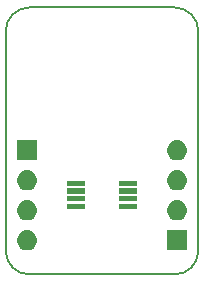
<source format=gbr>
G04 #@! TF.GenerationSoftware,KiCad,Pcbnew,5.1.4-e60b266~84~ubuntu19.04.1*
G04 #@! TF.CreationDate,2019-08-10T10:30:13+03:00*
G04 #@! TF.ProjectId,BRK-MSOP-8-3x3-P0.65,42524b2d-4d53-44f5-902d-382d3378332d,v1.1*
G04 #@! TF.SameCoordinates,Original*
G04 #@! TF.FileFunction,Soldermask,Top*
G04 #@! TF.FilePolarity,Negative*
%FSLAX46Y46*%
G04 Gerber Fmt 4.6, Leading zero omitted, Abs format (unit mm)*
G04 Created by KiCad (PCBNEW 5.1.4-e60b266~84~ubuntu19.04.1) date 2019-08-10 10:30:13*
%MOMM*%
%LPD*%
G04 APERTURE LIST*
%ADD10C,0.150000*%
%ADD11C,0.100000*%
G04 APERTURE END LIST*
D10*
X53000000Y-70600000D02*
G75*
G02X51000000Y-68600000I0J2000000D01*
G01*
X67300000Y-68600000D02*
G75*
G02X65300000Y-70600000I-2000000J0D01*
G01*
X65300000Y-48000000D02*
G75*
G02X67300000Y-50000000I0J-2000000D01*
G01*
X51000000Y-50000000D02*
G75*
G02X53000000Y-48000000I2000000J0D01*
G01*
X65300000Y-70600000D02*
X53000000Y-70600000D01*
X67300000Y-50000000D02*
X67300000Y-68600000D01*
X53000000Y-48000000D02*
X65300000Y-48000000D01*
X51000000Y-68600000D02*
X51000000Y-50000000D01*
D11*
G36*
X52966627Y-66882299D02*
G01*
X53126856Y-66930903D01*
X53274519Y-67009830D01*
X53403949Y-67116051D01*
X53510170Y-67245481D01*
X53589097Y-67393144D01*
X53637702Y-67553373D01*
X53654113Y-67720000D01*
X53637702Y-67886627D01*
X53589097Y-68046856D01*
X53510170Y-68194519D01*
X53403949Y-68323949D01*
X53274519Y-68430170D01*
X53126856Y-68509097D01*
X52966627Y-68557701D01*
X52841757Y-68570000D01*
X52758243Y-68570000D01*
X52633373Y-68557701D01*
X52473144Y-68509097D01*
X52325481Y-68430170D01*
X52196051Y-68323949D01*
X52089830Y-68194519D01*
X52010903Y-68046856D01*
X51962298Y-67886627D01*
X51945887Y-67720000D01*
X51962298Y-67553373D01*
X52010903Y-67393144D01*
X52089830Y-67245481D01*
X52196051Y-67116051D01*
X52325481Y-67009830D01*
X52473144Y-66930903D01*
X52633373Y-66882299D01*
X52758243Y-66870000D01*
X52841757Y-66870000D01*
X52966627Y-66882299D01*
X52966627Y-66882299D01*
G37*
G36*
X66350000Y-68570000D02*
G01*
X64650000Y-68570000D01*
X64650000Y-66870000D01*
X66350000Y-66870000D01*
X66350000Y-68570000D01*
X66350000Y-68570000D01*
G37*
G36*
X65666627Y-64342299D02*
G01*
X65826856Y-64390903D01*
X65974519Y-64469830D01*
X66103949Y-64576051D01*
X66210170Y-64705481D01*
X66289097Y-64853144D01*
X66337702Y-65013373D01*
X66354113Y-65180000D01*
X66337702Y-65346627D01*
X66289097Y-65506856D01*
X66210170Y-65654519D01*
X66103949Y-65783949D01*
X65974519Y-65890170D01*
X65826856Y-65969097D01*
X65666627Y-66017701D01*
X65541757Y-66030000D01*
X65458243Y-66030000D01*
X65333373Y-66017701D01*
X65173144Y-65969097D01*
X65025481Y-65890170D01*
X64896051Y-65783949D01*
X64789830Y-65654519D01*
X64710903Y-65506856D01*
X64662298Y-65346627D01*
X64645887Y-65180000D01*
X64662298Y-65013373D01*
X64710903Y-64853144D01*
X64789830Y-64705481D01*
X64896051Y-64576051D01*
X65025481Y-64469830D01*
X65173144Y-64390903D01*
X65333373Y-64342299D01*
X65458243Y-64330000D01*
X65541757Y-64330000D01*
X65666627Y-64342299D01*
X65666627Y-64342299D01*
G37*
G36*
X52966627Y-64342299D02*
G01*
X53126856Y-64390903D01*
X53274519Y-64469830D01*
X53403949Y-64576051D01*
X53510170Y-64705481D01*
X53589097Y-64853144D01*
X53637702Y-65013373D01*
X53654113Y-65180000D01*
X53637702Y-65346627D01*
X53589097Y-65506856D01*
X53510170Y-65654519D01*
X53403949Y-65783949D01*
X53274519Y-65890170D01*
X53126856Y-65969097D01*
X52966627Y-66017701D01*
X52841757Y-66030000D01*
X52758243Y-66030000D01*
X52633373Y-66017701D01*
X52473144Y-65969097D01*
X52325481Y-65890170D01*
X52196051Y-65783949D01*
X52089830Y-65654519D01*
X52010903Y-65506856D01*
X51962298Y-65346627D01*
X51945887Y-65180000D01*
X51962298Y-65013373D01*
X52010903Y-64853144D01*
X52089830Y-64705481D01*
X52196051Y-64576051D01*
X52325481Y-64469830D01*
X52473144Y-64390903D01*
X52633373Y-64342299D01*
X52758243Y-64330000D01*
X52841757Y-64330000D01*
X52966627Y-64342299D01*
X52966627Y-64342299D01*
G37*
G36*
X57675000Y-65070000D02*
G01*
X56225000Y-65070000D01*
X56225000Y-64620000D01*
X57675000Y-64620000D01*
X57675000Y-65070000D01*
X57675000Y-65070000D01*
G37*
G36*
X62075000Y-65070000D02*
G01*
X60625000Y-65070000D01*
X60625000Y-64620000D01*
X62075000Y-64620000D01*
X62075000Y-65070000D01*
X62075000Y-65070000D01*
G37*
G36*
X62075000Y-64420000D02*
G01*
X60625000Y-64420000D01*
X60625000Y-63970000D01*
X62075000Y-63970000D01*
X62075000Y-64420000D01*
X62075000Y-64420000D01*
G37*
G36*
X57675000Y-64420000D02*
G01*
X56225000Y-64420000D01*
X56225000Y-63970000D01*
X57675000Y-63970000D01*
X57675000Y-64420000D01*
X57675000Y-64420000D01*
G37*
G36*
X62075000Y-63770000D02*
G01*
X60625000Y-63770000D01*
X60625000Y-63320000D01*
X62075000Y-63320000D01*
X62075000Y-63770000D01*
X62075000Y-63770000D01*
G37*
G36*
X57675000Y-63770000D02*
G01*
X56225000Y-63770000D01*
X56225000Y-63320000D01*
X57675000Y-63320000D01*
X57675000Y-63770000D01*
X57675000Y-63770000D01*
G37*
G36*
X65666627Y-61802299D02*
G01*
X65826856Y-61850903D01*
X65974519Y-61929830D01*
X66103949Y-62036051D01*
X66210170Y-62165481D01*
X66289097Y-62313144D01*
X66337702Y-62473373D01*
X66354113Y-62640000D01*
X66337702Y-62806627D01*
X66289097Y-62966856D01*
X66210170Y-63114519D01*
X66103949Y-63243949D01*
X65974519Y-63350170D01*
X65826856Y-63429097D01*
X65666627Y-63477701D01*
X65541757Y-63490000D01*
X65458243Y-63490000D01*
X65333373Y-63477701D01*
X65173144Y-63429097D01*
X65025481Y-63350170D01*
X64896051Y-63243949D01*
X64789830Y-63114519D01*
X64710903Y-62966856D01*
X64662298Y-62806627D01*
X64645887Y-62640000D01*
X64662298Y-62473373D01*
X64710903Y-62313144D01*
X64789830Y-62165481D01*
X64896051Y-62036051D01*
X65025481Y-61929830D01*
X65173144Y-61850903D01*
X65333373Y-61802299D01*
X65458243Y-61790000D01*
X65541757Y-61790000D01*
X65666627Y-61802299D01*
X65666627Y-61802299D01*
G37*
G36*
X52966627Y-61802299D02*
G01*
X53126856Y-61850903D01*
X53274519Y-61929830D01*
X53403949Y-62036051D01*
X53510170Y-62165481D01*
X53589097Y-62313144D01*
X53637702Y-62473373D01*
X53654113Y-62640000D01*
X53637702Y-62806627D01*
X53589097Y-62966856D01*
X53510170Y-63114519D01*
X53403949Y-63243949D01*
X53274519Y-63350170D01*
X53126856Y-63429097D01*
X52966627Y-63477701D01*
X52841757Y-63490000D01*
X52758243Y-63490000D01*
X52633373Y-63477701D01*
X52473144Y-63429097D01*
X52325481Y-63350170D01*
X52196051Y-63243949D01*
X52089830Y-63114519D01*
X52010903Y-62966856D01*
X51962298Y-62806627D01*
X51945887Y-62640000D01*
X51962298Y-62473373D01*
X52010903Y-62313144D01*
X52089830Y-62165481D01*
X52196051Y-62036051D01*
X52325481Y-61929830D01*
X52473144Y-61850903D01*
X52633373Y-61802299D01*
X52758243Y-61790000D01*
X52841757Y-61790000D01*
X52966627Y-61802299D01*
X52966627Y-61802299D01*
G37*
G36*
X62075000Y-63120000D02*
G01*
X60625000Y-63120000D01*
X60625000Y-62670000D01*
X62075000Y-62670000D01*
X62075000Y-63120000D01*
X62075000Y-63120000D01*
G37*
G36*
X57675000Y-63120000D02*
G01*
X56225000Y-63120000D01*
X56225000Y-62670000D01*
X57675000Y-62670000D01*
X57675000Y-63120000D01*
X57675000Y-63120000D01*
G37*
G36*
X65666627Y-59262299D02*
G01*
X65826856Y-59310903D01*
X65974519Y-59389830D01*
X66103949Y-59496051D01*
X66210170Y-59625481D01*
X66289097Y-59773144D01*
X66337702Y-59933373D01*
X66354113Y-60100000D01*
X66337702Y-60266627D01*
X66289097Y-60426856D01*
X66210170Y-60574519D01*
X66103949Y-60703949D01*
X65974519Y-60810170D01*
X65826856Y-60889097D01*
X65666627Y-60937701D01*
X65541757Y-60950000D01*
X65458243Y-60950000D01*
X65333373Y-60937701D01*
X65173144Y-60889097D01*
X65025481Y-60810170D01*
X64896051Y-60703949D01*
X64789830Y-60574519D01*
X64710903Y-60426856D01*
X64662298Y-60266627D01*
X64645887Y-60100000D01*
X64662298Y-59933373D01*
X64710903Y-59773144D01*
X64789830Y-59625481D01*
X64896051Y-59496051D01*
X65025481Y-59389830D01*
X65173144Y-59310903D01*
X65333373Y-59262299D01*
X65458243Y-59250000D01*
X65541757Y-59250000D01*
X65666627Y-59262299D01*
X65666627Y-59262299D01*
G37*
G36*
X53650000Y-60950000D02*
G01*
X51950000Y-60950000D01*
X51950000Y-59250000D01*
X53650000Y-59250000D01*
X53650000Y-60950000D01*
X53650000Y-60950000D01*
G37*
M02*

</source>
